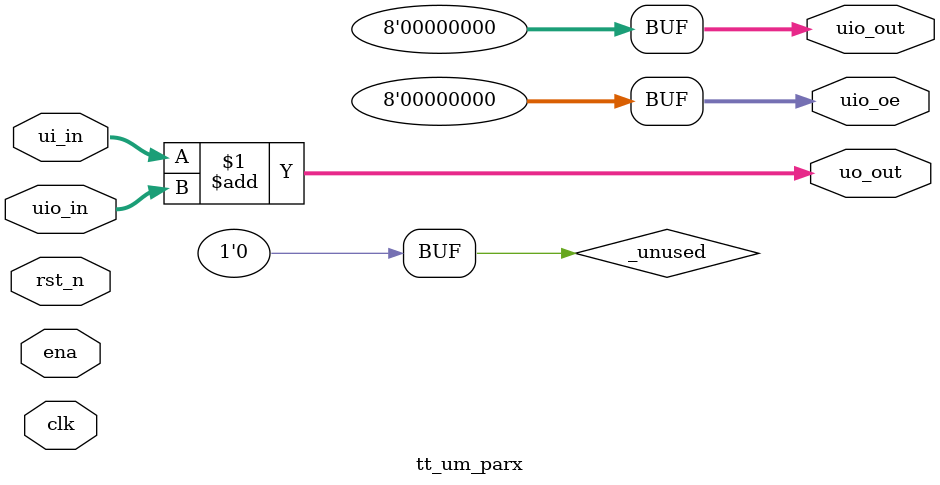
<source format=v>
/*
 * Copyright (c) 2024 Your Name
 * SPDX-License-Identifier: Apache-2.0
 */

`default_nettype none

module tt_um_parx (
    input  wire [7:0] ui_in,    // Dedicated inputs
    output wire [7:0] uo_out,   // Dedicated outputs
    input  wire [7:0] uio_in,   // IOs: Input path
    output wire [7:0] uio_out,  // IOs: Output path
    output wire [7:0] uio_oe,   // IOs: Enable path (active high: 0=input, 1=output)
    input  wire       ena,      // always 1 when the design is powered, so you can ignore it
    input  wire       clk,      // clock
    input  wire       rst_n     // reset_n - low to reset
);

  // All output pins must be assigned. If not used, assign to 0.
  assign uo_out  = ui_in + uio_in;  // Example: ou_out is the sum of ui_in and uio_in
  assign uio_out = 0;
  assign uio_oe  = 0;

  // List all unused inputs to prevent warnings
  wire _unused = &{ena, clk, rst_n, 1'b0};

endmodule

</source>
